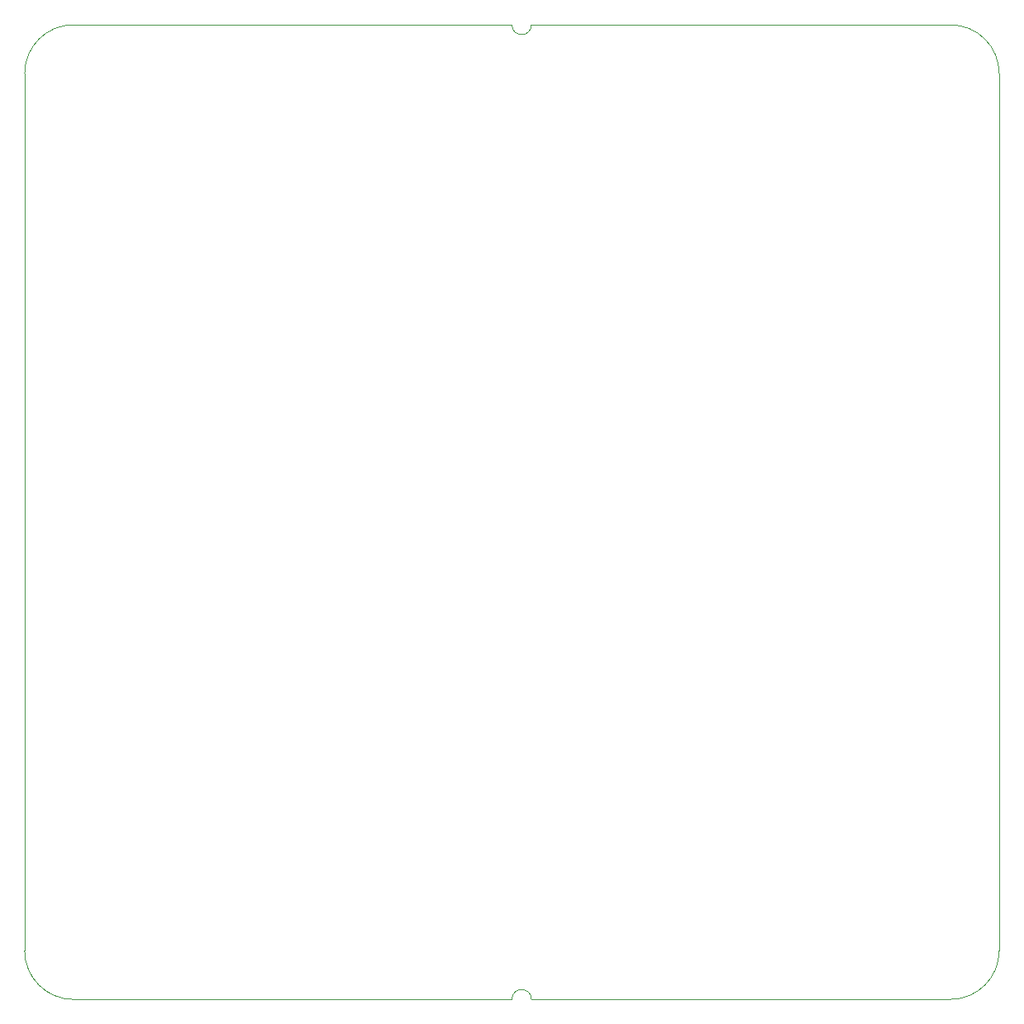
<source format=gbr>
%TF.GenerationSoftware,KiCad,Pcbnew,(5.1.8)-1*%
%TF.CreationDate,2020-11-22T08:19:10+01:00*%
%TF.ProjectId,leaky,6c65616b-792e-46b6-9963-61645f706362,rev?*%
%TF.SameCoordinates,Original*%
%TF.FileFunction,Profile,NP*%
%FSLAX46Y46*%
G04 Gerber Fmt 4.6, Leading zero omitted, Abs format (unit mm)*
G04 Created by KiCad (PCBNEW (5.1.8)-1) date 2020-11-22 08:19:10*
%MOMM*%
%LPD*%
G01*
G04 APERTURE LIST*
%TA.AperFunction,Profile*%
%ADD10C,0.050000*%
%TD*%
G04 APERTURE END LIST*
D10*
X72000000Y-20000000D02*
X115000000Y-20000000D01*
X70000000Y-20000000D02*
X25000000Y-20000000D01*
X72000000Y-20000000D02*
G75*
G02*
X70000000Y-20000000I-1000000J0D01*
G01*
X115000000Y-20000000D02*
G75*
G02*
X120000000Y-25000000I0J-5000000D01*
G01*
X20000000Y-25000000D02*
G75*
G02*
X25000000Y-20000000I5000000J0D01*
G01*
X115000000Y-120000000D02*
X72000000Y-120000000D01*
X70000000Y-120000000D02*
X25000000Y-120000000D01*
X120000000Y-115000000D02*
G75*
G02*
X115000000Y-120000000I-5000000J0D01*
G01*
X25000000Y-120000000D02*
G75*
G02*
X20000000Y-115000000I0J5000000D01*
G01*
X70000000Y-120000000D02*
G75*
G02*
X72000000Y-120000000I1000000J0D01*
G01*
X20000000Y-115000000D02*
X20000000Y-25000000D01*
X120000000Y-25000000D02*
X120000000Y-115000000D01*
M02*

</source>
